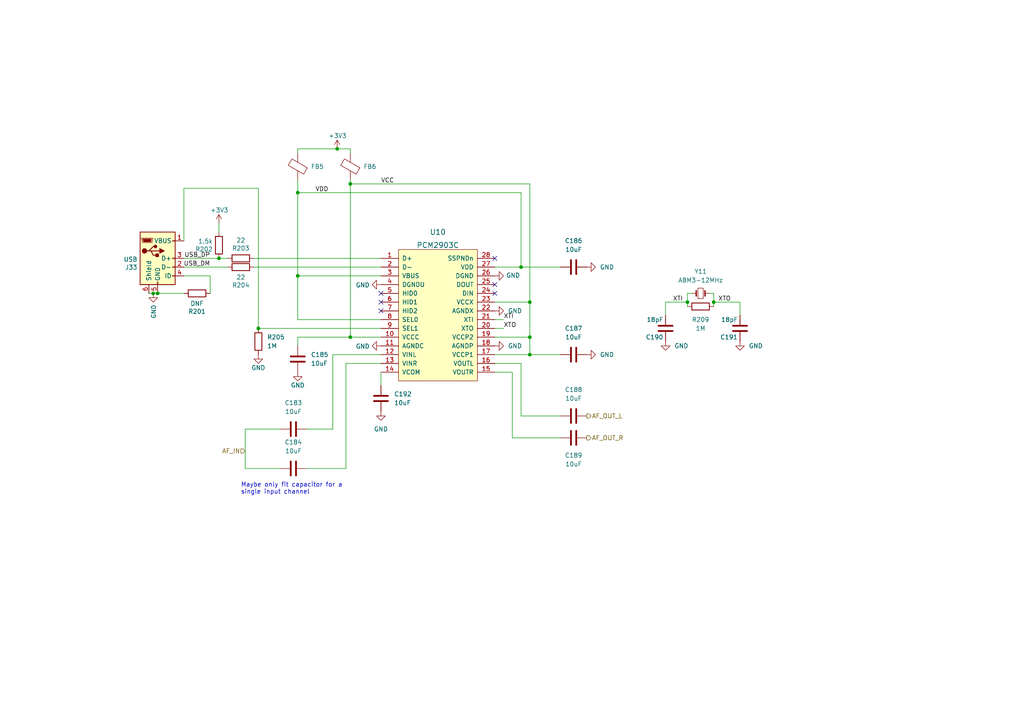
<source format=kicad_sch>
(kicad_sch (version 20230121) (generator eeschema)
  (paper "A4")
  (title_block (title "DART-70 TRX") (date "2023-04-01") (rev "1") (company "HB9EGM") (comment 1 "A 4m Band SSB/CW Transceiver"))
  (lib_symbols
    (symbol "Connector:USB_B_Micro" (pin_names (offset 1.016))
      (property "Reference" "J" (at -5.08 11.43 0))
      (property "Value" "USB_B_Micro" (at -5.08 8.89 0))
      (symbol "USB_B_Micro_0_1"
        (rectangle (start -5.08 -7.62) (end 5.08 7.62) (stroke (width 0.254)) (fill (type background)))
        (circle (center -3.81 2.159) (radius 0.635) (stroke (width 0.254)) (fill (type outline)))
        (circle (center -0.635 3.429) (radius 0.381) (stroke (width 0.254)) (fill (type outline)))
        (rectangle (start -0.127 -7.62) (end 0.127 -6.858))
        (polyline (pts (xy -1.905 2.159) (xy 0.635 2.159)) (stroke (width 0.254)))
        (polyline (pts (xy -3.175 2.159) (xy -2.54 2.159) (xy -1.27 3.429) (xy -0.635 3.429)) (stroke (width 0.254)))
        (polyline (pts (xy -2.54 2.159) (xy -1.905 2.159) (xy -1.27 0.889) (xy 0 0.889)) (stroke (width 0.254)))
        (polyline (pts (xy 0.635 2.794) (xy 0.635 1.524) (xy 1.905 2.159) (xy 0.635 2.794)) (stroke (width 0.254)) (fill (type outline)))
        (polyline (pts (xy -4.318 5.588) (xy -1.778 5.588) (xy -2.032 4.826) (xy -4.064 4.826) (xy -4.318 5.588)) (fill (type outline)))
        (polyline (pts (xy -4.699 5.842) (xy -4.699 5.588) (xy -4.445 4.826) (xy -4.445 4.572) (xy -1.651 4.572) (xy -1.651 4.826) (xy -1.397 5.588) (xy -1.397 5.842) (xy -4.699 5.842)))
        (rectangle (start 0.254 1.27) (end -0.508 0.508) (stroke (width 0.254)) (fill (type outline)))
        (rectangle (start 5.08 -5.207) (end 4.318 -4.953))
        (rectangle (start 5.08 -2.667) (end 4.318 -2.413))
        (rectangle (start 5.08 -0.127) (end 4.318 0.127))
        (rectangle (start 5.08 4.953) (end 4.318 5.207))
      )
      (symbol "USB_B_Micro_1_1"
        (pin power_out line (at 7.62 5.08 180) (length 2.54) (name "VBUS") (number "1"))
        (pin bidirectional line (at 7.62 -2.54 180) (length 2.54) (name "D-") (number "2"))
        (pin bidirectional line (at 7.62 0 180) (length 2.54) (name "D+") (number "3"))
        (pin passive line (at 7.62 -5.08 180) (length 2.54) (name "ID") (number "4"))
        (pin power_out line (at 0 -10.16 90) (length 2.54) (name "GND") (number "5"))
        (pin passive line (at -2.54 -10.16 90) (length 2.54) (name "Shield") (number "6"))
      )
    )
    (symbol "Device:C" (pin_numbers hide) (pin_names (offset 0.254))
      (property "Reference" "C" (at 0.635 2.54 0))
      (property "Value" "C" (at 0.635 -2.54 0))
      (symbol "C_0_1"
        (polyline (pts (xy -2.032 -0.762) (xy 2.032 -0.762)) (stroke (width 0.508)))
        (polyline (pts (xy -2.032 0.762) (xy 2.032 0.762)) (stroke (width 0.508)))
      )
      (symbol "C_1_1"
        (pin passive line (at 0 3.81 270) (length 2.794) (name "~") (number "1"))
        (pin passive line (at 0 -3.81 90) (length 2.794) (name "~") (number "2"))
      )
    )
    (symbol "Device:Crystal_Small" (pin_numbers hide) (pin_names (offset 1.016) hide)
      (property "Reference" "Y" (at 0 2.54 0))
      (property "Value" "Crystal_Small" (at 0 -2.54 0))
      (symbol "Crystal_Small_0_1"
        (rectangle (start -0.762 -1.524) (end 0.762 1.524))
        (polyline (pts (xy -1.27 -0.762) (xy -1.27 0.762)) (stroke (width 0.381)))
        (polyline (pts (xy 1.27 -0.762) (xy 1.27 0.762)) (stroke (width 0.381)))
      )
      (symbol "Crystal_Small_1_1"
        (pin passive line (at -2.54 0 0) (length 1.27) (name "1") (number "1"))
        (pin passive line (at 2.54 0 180) (length 1.27) (name "2") (number "2"))
      )
    )
    (symbol "Device:FerriteBead" (pin_numbers hide) (pin_names (offset 0))
      (property "Reference" "FB" (at -3.81 0.635 90))
      (property "Value" "FerriteBead" (at 3.81 0 90))
      (symbol "FerriteBead_0_1"
        (polyline (pts (xy 0 -1.27) (xy 0 -1.2192)))
        (polyline (pts (xy 0 1.27) (xy 0 1.2954)))
        (polyline (pts (xy -2.7686 0.4064) (xy -1.7018 2.2606) (xy 2.7686 -0.3048) (xy 1.6764 -2.159) (xy -2.7686 0.4064)))
      )
      (symbol "FerriteBead_1_1"
        (pin passive line (at 0 3.81 270) (length 2.54) (name "~") (number "1"))
        (pin passive line (at 0 -3.81 90) (length 2.54) (name "~") (number "2"))
      )
    )
    (symbol "Device:R" (pin_numbers hide) (pin_names (offset 0))
      (property "Reference" "R" (at 2.032 0 90))
      (property "Value" "R" (at 0 0 90))
      (symbol "R_0_1"
        (rectangle (start -1.016 -2.54) (end 1.016 2.54) (stroke (width 0.254)))
      )
      (symbol "R_1_1"
        (pin passive line (at 0 3.81 270) (length 1.27) (name "~") (number "1"))
        (pin passive line (at 0 -3.81 90) (length 1.27) (name "~") (number "2"))
      )
    )
    (symbol "mpb:PCM2903C" (pin_names (offset 1.016))
      (property "Reference" "U" (at -1.27 21.59 0))
      (property "Value" "PCM2903C" (at -1.27 -21.59 0))
      (symbol "PCM2903C_0_1"
        (rectangle (start -11.43 19.05) (end 11.43 -19.05) (fill (type background)))
      )
      (symbol "PCM2903C_1_1"
        (pin bidirectional line (at -16.51 16.51 0) (length 5.08) (name "D+") (number "1"))
        (pin power_in line (at -16.51 -6.35 0) (length 5.08) (name "VCCC") (number "10"))
        (pin power_in line (at -16.51 -8.89 0) (length 5.08) (name "AGNDC") (number "11"))
        (pin input line (at -16.51 -11.43 0) (length 5.08) (name "VINL") (number "12"))
        (pin input line (at -16.51 -13.97 0) (length 5.08) (name "VINR") (number "13"))
        (pin power_out line (at -16.51 -16.51 0) (length 5.08) (name "VCOM") (number "14"))
        (pin output line (at 16.51 -16.51 180) (length 5.08) (name "VOUTR") (number "15"))
        (pin input line (at 16.51 -13.97 180) (length 5.08) (name "VOUTL") (number "16"))
        (pin power_in line (at 16.51 -11.43 180) (length 5.08) (name "VCCP1") (number "17"))
        (pin power_in line (at 16.51 -8.89 180) (length 5.08) (name "AGNDP") (number "18"))
        (pin power_in line (at 16.51 -6.35 180) (length 5.08) (name "VCCP2") (number "19"))
        (pin bidirectional line (at -16.51 13.97 0) (length 5.08) (name "D-") (number "2"))
        (pin bidirectional line (at 16.51 -3.81 180) (length 5.08) (name "XTO") (number "20"))
        (pin bidirectional line (at 16.51 -1.27 180) (length 5.08) (name "XTI") (number "21"))
        (pin power_in line (at 16.51 1.27 180) (length 5.08) (name "AGNDX") (number "22"))
        (pin power_in line (at 16.51 3.81 180) (length 5.08) (name "VCCX") (number "23"))
        (pin input line (at 16.51 6.35 180) (length 5.08) (name "DIN") (number "24"))
        (pin output line (at 16.51 8.89 180) (length 5.08) (name "DOUT") (number "25"))
        (pin power_in line (at 16.51 11.43 180) (length 5.08) (name "DGND") (number "26"))
        (pin power_in line (at 16.51 13.97 180) (length 5.08) (name "VDD") (number "27"))
        (pin output line (at 16.51 16.51 180) (length 5.08) (name "SSPNDn") (number "28"))
        (pin power_in line (at -16.51 11.43 0) (length 5.08) (name "VBUS") (number "3"))
        (pin power_in line (at -16.51 8.89 0) (length 5.08) (name "DGNDU") (number "4"))
        (pin input line (at -16.51 6.35 0) (length 5.08) (name "HID0") (number "5"))
        (pin input line (at -16.51 3.81 0) (length 5.08) (name "HID1") (number "6"))
        (pin input line (at -16.51 1.27 0) (length 5.08) (name "HID2") (number "7"))
        (pin input line (at -16.51 -1.27 0) (length 5.08) (name "SEL0") (number "8"))
        (pin input line (at -16.51 -3.81 0) (length 5.08) (name "SEL1") (number "9"))
      )
    )
    (symbol "power:+3V3" (power) (pin_names (offset 0))
      (property "Value" "+3V3" (at 0 3.556 0))
      (symbol "+3V3_0_1"
        (polyline (pts (xy -0.762 1.27) (xy 0 2.54)))
        (polyline (pts (xy 0 0) (xy 0 2.54)))
        (polyline (pts (xy 0 2.54) (xy 0.762 1.27)))
      )
      (symbol "+3V3_1_1"
        (pin power_in line (at 0 0 90) (length 0) hide (name "+3V3") (number "1"))
      )
    )
    (symbol "power:GND" (power) (pin_names (offset 0))
      (property "Value" "GND" (at 0 -3.81 0))
      (symbol "GND_0_1"
        (polyline (pts (xy 0 0) (xy 0 -1.27) (xy 1.27 -1.27) (xy 0 -2.54) (xy -1.27 -1.27) (xy 0 -1.27)))
      )
      (symbol "GND_1_1"
        (pin power_in line (at 0 0 270) (length 0) hide (name "GND") (number "1"))
      )
    )
  )
  (junction (at 86.36 80.01))
  (junction (at 45.72 85.09))
  (junction (at 101.6 53.34))
  (junction (at 74.93 95.25))
  (junction (at 63.5 74.93))
  (junction (at 207.01 87.63))
  (junction (at 153.67 102.87))
  (junction (at 86.36 55.88))
  (junction (at 44.45 85.09))
  (junction (at 153.67 87.63))
  (junction (at 199.39 87.63))
  (junction (at 97.79 43.18))
  (junction (at 153.67 97.79))
  (junction (at 101.6 97.79))
  (junction (at 151.13 77.47))
  (no_connect (at 143.51 82.55))
  (no_connect (at 110.49 85.09))
  (no_connect (at 110.49 87.63))
  (no_connect (at 143.51 85.09))
  (no_connect (at 110.49 90.17))
  (no_connect (at 143.51 74.93))
  (wire (pts (xy 74.93 54.61) (xy 74.93 95.25)))
  (wire (pts (xy 86.36 80.01) (xy 86.36 92.71)))
  (wire (pts (xy 101.6 43.18) (xy 101.6 44.45)))
  (wire (pts (xy 143.51 77.47) (xy 151.13 77.47)))
  (wire (pts (xy 110.49 107.95) (xy 110.49 111.76)))
  (wire (pts (xy 73.66 77.47) (xy 110.49 77.47)))
  (wire (pts (xy 71.12 124.46) (xy 71.12 135.89)))
  (wire (pts (xy 63.5 64.77) (xy 63.5 67.31)))
  (wire (pts (xy 143.51 102.87) (xy 153.67 102.87)))
  (wire (pts (xy 151.13 120.65) (xy 151.13 105.41)))
  (wire (pts (xy 43.18 85.09) (xy 44.45 85.09)))
  (wire (pts (xy 151.13 105.41) (xy 143.51 105.41)))
  (wire (pts (xy 66.04 77.47) (xy 53.34 77.47)))
  (wire (pts (xy 86.36 52.07) (xy 86.36 55.88)))
  (wire (pts (xy 199.39 87.63) (xy 199.39 88.9)))
  (wire (pts (xy 143.51 97.79) (xy 153.67 97.79)))
  (wire (pts (xy 96.52 124.46) (xy 96.52 102.87)))
  (wire (pts (xy 146.05 92.71) (xy 143.51 92.71)))
  (wire (pts (xy 151.13 55.88) (xy 151.13 77.47)))
  (wire (pts (xy 44.45 85.09) (xy 45.72 85.09)))
  (wire (pts (xy 143.51 107.95) (xy 148.59 107.95)))
  (wire (pts (xy 146.05 95.25) (xy 143.51 95.25)))
  (wire (pts (xy 73.66 74.93) (xy 110.49 74.93)))
  (wire (pts (xy 162.56 120.65) (xy 151.13 120.65)))
  (wire (pts (xy 205.74 85.09) (xy 207.01 85.09)))
  (wire (pts (xy 97.79 43.18) (xy 101.6 43.18)))
  (wire (pts (xy 60.96 85.09) (xy 60.96 80.01)))
  (wire (pts (xy 100.33 105.41) (xy 100.33 135.89)))
  (wire (pts (xy 207.01 87.63) (xy 207.01 88.9)))
  (wire (pts (xy 100.33 135.89) (xy 88.9 135.89)))
  (wire (pts (xy 143.51 87.63) (xy 153.67 87.63)))
  (wire (pts (xy 148.59 127) (xy 162.56 127)))
  (wire (pts (xy 153.67 53.34) (xy 101.6 53.34)))
  (wire (pts (xy 53.34 54.61) (xy 74.93 54.61)))
  (wire (pts (xy 148.59 107.95) (xy 148.59 127)))
  (wire (pts (xy 101.6 53.34) (xy 101.6 52.07)))
  (wire (pts (xy 110.49 105.41) (xy 100.33 105.41)))
  (wire (pts (xy 96.52 102.87) (xy 110.49 102.87)))
  (wire (pts (xy 193.04 87.63) (xy 199.39 87.63)))
  (wire (pts (xy 86.36 44.45) (xy 86.36 43.18)))
  (wire (pts (xy 63.5 74.93) (xy 53.34 74.93)))
  (wire (pts (xy 200.66 85.09) (xy 199.39 85.09)))
  (wire (pts (xy 86.36 97.79) (xy 101.6 97.79)))
  (wire (pts (xy 153.67 97.79) (xy 153.67 87.63)))
  (wire (pts (xy 153.67 102.87) (xy 162.56 102.87)))
  (wire (pts (xy 86.36 92.71) (xy 110.49 92.71)))
  (wire (pts (xy 45.72 85.09) (xy 53.34 85.09)))
  (wire (pts (xy 199.39 85.09) (xy 199.39 87.63)))
  (wire (pts (xy 71.12 135.89) (xy 81.28 135.89)))
  (wire (pts (xy 86.36 43.18) (xy 97.79 43.18)))
  (wire (pts (xy 101.6 97.79) (xy 110.49 97.79)))
  (wire (pts (xy 153.67 102.87) (xy 153.67 97.79)))
  (wire (pts (xy 88.9 124.46) (xy 96.52 124.46)))
  (wire (pts (xy 86.36 55.88) (xy 86.36 80.01)))
  (wire (pts (xy 53.34 69.85) (xy 53.34 54.61)))
  (wire (pts (xy 74.93 95.25) (xy 110.49 95.25)))
  (wire (pts (xy 151.13 77.47) (xy 162.56 77.47)))
  (wire (pts (xy 193.04 91.44) (xy 193.04 87.63)))
  (wire (pts (xy 86.36 80.01) (xy 110.49 80.01)))
  (wire (pts (xy 86.36 55.88) (xy 151.13 55.88)))
  (wire (pts (xy 63.5 74.93) (xy 66.04 74.93)))
  (wire (pts (xy 214.63 87.63) (xy 207.01 87.63)))
  (wire (pts (xy 207.01 85.09) (xy 207.01 87.63)))
  (wire (pts (xy 60.96 80.01) (xy 53.34 80.01)))
  (wire (pts (xy 101.6 53.34) (xy 101.6 97.79)))
  (wire (pts (xy 214.63 91.44) (xy 214.63 87.63)))
  (wire (pts (xy 86.36 97.79) (xy 86.36 100.33)))
  (wire (pts (xy 153.67 87.63) (xy 153.67 53.34)))
  (wire (pts (xy 71.12 124.46) (xy 81.28 124.46)))
  (text "Maybe only fit capacitor for a\nsingle input channel" (at 69.85 143.51 0) (effects (font (size 1.27 1.27)) (justify left bottom)))
  (label "XTO" (at 208.28 87.63 0))
  (label "VDD" (at 91.44 55.88 0))
  (label "XTO" (at 146.05 95.25 0))
  (label "USB_DM" (at 60.96 77.47 180))
  (label "XTI" (at 198.12 87.63 180))
  (label "USB_DP" (at 60.96 74.93 180))
  (label "VCC" (at 110.49 53.34 0))
  (label "XTI" (at 146.05 92.71 0))
  (hierarchical_label "AF_OUT_L" (shape output) (at 170.18 120.65 0))
  (hierarchical_label "AF_IN" (shape input) (at 71.12 130.81 180))
  (hierarchical_label "AF_OUT_R" (shape output) (at 170.18 127 0))
  (symbol (lib_id "power:GND") (at 143.51 90.17 90) (unit 1)
    (property "Reference" "#PWR0260" (effects hide))
    (property "Value" "GND" (at 147.32 90.1699 90) (effects (justify right)))
  )
  (symbol (lib_id "power:+3V3") (at 97.79 43.18 0) (unit 1)
    (property "Reference" "#PWR0255" (effects hide))
    (property "Value" "+3V3" (at 95.25 39.37 0) (effects (justify left)))
  )
  (symbol (lib_id "Connector:USB_B_Micro") (at 45.72 74.93 0) (unit 1)
    (property "Reference" "J33" (at 39.878 77.5462 0) (effects (justify right)))
    (property "Value" "USB" (at 39.878 75.2348 0) (effects (justify right)))
    (property "Footprint" "Connector_USB:USB_Micro-B_Molex-105017-0001" (effects hide))
    (property "MPN" "Molex 104017-0001" (effects hide))
    (property "Need_order" "0" (effects hide))
  )
  (symbol (lib_id "Device:FerriteBead") (at 101.6 48.26 180) (unit 1)
    (property "Reference" "FB6" (at 105.41 48.3107 0) (effects (justify right)))
    (property "Value" "BLM18BB221SN1D" (effects hide))
    (property "Footprint" "Inductor_SMD:L_0603_1608Metric_Pad1.05x0.95mm_HandSolder" (effects hide))
    (property "MPN" "BLM18BB221SN1D" (effects hide))
    (property "Need_order" "0" (effects hide))
  )
  (symbol (lib_id "Device:R") (at 57.15 85.09 90) (unit 1)
    (property "Reference" "R201" (at 57.15 90.3478 90))
    (property "Value" "DNF" (at 57.15 88.0364 90))
    (property "Footprint" "Resistor_SMD:R_0603_1608Metric_Pad0.98x0.95mm_HandSolder" (effects hide))
    (property "Need_order" "0" (effects hide))
  )
  (symbol (lib_id "power:GND") (at 110.49 119.38 0) (unit 1)
    (property "Reference" "#PWR0258" (effects hide))
    (property "Value" "GND" (at 110.49 124.46 0))
  )
  (symbol (lib_id "Device:R") (at 69.85 77.47 90) (unit 1)
    (property "Reference" "R204" (at 69.85 82.7278 90))
    (property "Value" "22" (at 69.85 80.4164 90))
    (property "Footprint" "Resistor_SMD:R_0603_1608Metric_Pad0.98x0.95mm_HandSolder" (effects hide))
    (property "Need_order" "0" (effects hide))
  )
  (symbol (lib_id "Device:Crystal_Small") (at 203.2 85.09 0) (unit 1)
    (property "Reference" "Y11" (at 203.2 78.74 0))
    (property "Value" "ABM3-12MHz" (at 203.2 81.28 0))
    (property "Footprint" "mpb:ABM3" (effects hide))
  )
  (symbol (lib_id "Device:C") (at 86.36 104.14 180) (unit 1)
    (property "Reference" "C185" (at 90.17 102.8699 0) (effects (justify right)))
    (property "Value" "10uF" (at 90.17 105.4099 0) (effects (justify right)))
    (property "Footprint" "Capacitor_SMD:C_0805_2012Metric_Pad1.18x1.45mm_HandSolder" (effects hide))
    (property "MPN" "GRM21BR6YA106ME" (effects hide))
  )
  (symbol (lib_id "Device:C") (at 110.49 115.57 180) (unit 1)
    (property "Reference" "C192" (at 114.3 114.2999 0) (effects (justify right)))
    (property "Value" "10uF" (at 114.3 116.8399 0) (effects (justify right)))
    (property "Footprint" "Capacitor_SMD:C_0805_2012Metric_Pad1.18x1.45mm_HandSolder" (effects hide))
    (property "MPN" "GRM21BR6YA106ME" (effects hide))
  )
  (symbol (lib_id "Device:R") (at 63.5 71.12 0) (unit 1)
    (property "Reference" "R202" (at 61.722 72.2884 0) (effects (justify right)))
    (property "Value" "1.5k" (at 61.722 69.977 0) (effects (justify right)))
    (property "Footprint" "Resistor_SMD:R_0603_1608Metric_Pad0.98x0.95mm_HandSolder" (effects hide))
    (property "Need_order" "0" (effects hide))
  )
  (symbol (lib_id "power:GND") (at 214.63 99.06 0) (unit 1)
    (property "Reference" "#PWR0265" (effects hide))
    (property "Value" "GND" (at 217.17 100.3299 0) (effects (justify left)))
  )
  (symbol (lib_id "Device:C") (at 85.09 124.46 90) (unit 1)
    (property "Reference" "C183" (at 85.09 116.84 90))
    (property "Value" "10uF" (at 85.09 119.38 90))
    (property "Footprint" "Capacitor_SMD:C_0805_2012Metric_Pad1.18x1.45mm_HandSolder" (effects hide))
    (property "MPN" "GRM21BR6YA106ME" (effects hide))
  )
  (symbol (lib_id "Device:C") (at 85.09 135.89 90) (unit 1)
    (property "Reference" "C184" (at 85.09 128.27 90))
    (property "Value" "10uF" (at 85.09 130.81 90))
    (property "Footprint" "Capacitor_SMD:C_0805_2012Metric_Pad1.18x1.45mm_HandSolder" (effects hide))
    (property "MPN" "GRM21BR6YA106ME" (effects hide))
  )
  (symbol (lib_id "power:GND") (at 170.18 102.87 90) (unit 1)
    (property "Reference" "#PWR0263" (effects hide))
    (property "Value" "GND" (at 173.99 102.8699 90) (effects (justify right)))
  )
  (symbol (lib_id "Device:FerriteBead") (at 86.36 48.26 180) (unit 1)
    (property "Reference" "FB5" (at 90.17 48.3107 0) (effects (justify right)))
    (property "Value" "BLM18BB221SN1D" (effects hide))
    (property "Footprint" "Inductor_SMD:L_0603_1608Metric_Pad1.05x0.95mm_HandSolder" (effects hide))
    (property "MPN" "BLM18BB221SN1D" (effects hide))
    (property "Need_order" "0" (effects hide))
  )
  (symbol (lib_id "mpb:PCM2903C") (at 127 91.44 0) (unit 1)
    (property "Reference" "U10" (at 127 67.31 0) (effects (font (size 1.524 1.524))))
    (property "Value" "PCM2903C" (at 127 71.12 0) (effects (font (size 1.524 1.524))))
    (property "Footprint" "Package_SO:SSOP-28_5.3x10.2mm_P0.65mm" (effects hide))
    (property "Datasheet" "/home/bram/Sync/Doc/Datasheet/pcm2903c.pdf" (effects hide))
  )
  (symbol (lib_id "power:GND") (at 110.49 100.33 270) (unit 1)
    (property "Reference" "#PWR0257" (effects hide))
    (property "Value" "GND" (at 107.2388 100.457 90) (effects (justify right)))
  )
  (symbol (lib_id "Device:R") (at 203.2 88.9 90) (unit 1)
    (property "Reference" "R209" (at 203.2 92.71 90))
    (property "Value" "1M" (at 203.2 95.25 90))
    (property "Footprint" "Resistor_SMD:R_0603_1608Metric" (effects hide))
  )
  (symbol (lib_id "power:GND") (at 143.51 100.33 90) (unit 1)
    (property "Reference" "#PWR0261" (effects hide))
    (property "Value" "GND" (at 147.32 100.3299 90) (effects (justify right)))
  )
  (symbol (lib_id "power:GND") (at 170.18 77.47 90) (unit 1)
    (property "Reference" "#PWR0262" (effects hide))
    (property "Value" "GND" (at 173.99 77.4699 90) (effects (justify right)))
  )
  (symbol (lib_id "Device:C") (at 166.37 77.47 270) (unit 1)
    (property "Reference" "C186" (at 166.37 69.85 90))
    (property "Value" "10uF" (at 166.37 72.39 90))
    (property "Footprint" "Capacitor_SMD:C_0805_2012Metric_Pad1.18x1.45mm_HandSolder" (effects hide))
    (property "MPN" "GRM21BR6YA106ME" (effects hide))
  )
  (symbol (lib_id "Device:C") (at 166.37 102.87 270) (unit 1)
    (property "Reference" "C187" (at 166.37 95.25 90))
    (property "Value" "10uF" (at 166.37 97.79 90))
    (property "Footprint" "Capacitor_SMD:C_0805_2012Metric_Pad1.18x1.45mm_HandSolder" (effects hide))
    (property "MPN" "GRM21BR6YA106ME" (effects hide))
  )
  (symbol (lib_id "Device:C") (at 214.63 95.25 180) (unit 1)
    (property "Reference" "C191" (at 213.995 97.79 0) (effects (justify left)))
    (property "Value" "18pF" (at 213.995 92.71 0) (effects (justify left)))
    (property "Footprint" "Capacitor_SMD:C_0603_1608Metric_Pad1.08x0.95mm_HandSolder" (effects hide))
    (property "MPN" "CBR" (effects hide))
  )
  (symbol (lib_id "power:GND") (at 143.51 80.01 90) (unit 1)
    (property "Reference" "#PWR0259" (effects hide))
    (property "Value" "GND" (at 146.7612 79.883 90) (effects (justify right)))
  )
  (symbol (lib_id "Device:R") (at 74.93 99.06 180) (unit 1)
    (property "Reference" "R205" (at 77.47 97.7899 0) (effects (justify right)))
    (property "Value" "1M" (at 77.47 100.3299 0) (effects (justify right)))
    (property "Footprint" "Resistor_SMD:R_0603_1608Metric" (effects hide))
  )
  (symbol (lib_id "power:+3V3") (at 63.5 64.77 0) (unit 1)
    (property "Reference" "#PWR0252" (effects hide))
    (property "Value" "+3V3" (at 60.96 60.96 0) (effects (justify left)))
  )
  (symbol (lib_id "power:GND") (at 193.04 99.06 0) (unit 1)
    (property "Reference" "#PWR0264" (effects hide))
    (property "Value" "GND" (at 195.58 100.3299 0) (effects (justify left)))
  )
  (symbol (lib_id "power:GND") (at 74.93 102.87 0) (unit 1)
    (property "Reference" "#PWR0253" (effects hide))
    (property "Value" "GND" (at 74.93 106.68 0))
  )
  (symbol (lib_id "Device:R") (at 69.85 74.93 90) (unit 1)
    (property "Reference" "R203" (at 69.85 72.009 90))
    (property "Value" "22" (at 69.85 69.6976 90))
    (property "Footprint" "Resistor_SMD:R_0603_1608Metric_Pad0.98x0.95mm_HandSolder" (effects hide))
    (property "Need_order" "0" (effects hide))
  )
  (symbol (lib_id "power:GND") (at 110.49 82.55 270) (unit 1)
    (property "Reference" "#PWR0256" (effects hide))
    (property "Value" "GND" (at 107.2388 82.677 90) (effects (justify right)))
  )
  (symbol (lib_id "Device:C") (at 193.04 95.25 180) (unit 1)
    (property "Reference" "C190" (at 192.405 97.79 0) (effects (justify left)))
    (property "Value" "18pF" (at 192.405 92.71 0) (effects (justify left)))
    (property "Footprint" "Capacitor_SMD:C_0603_1608Metric_Pad1.08x0.95mm_HandSolder" (effects hide))
    (property "MPN" "CBR" (effects hide))
  )
  (symbol (lib_id "power:GND") (at 44.45 85.09 0) (unit 1)
    (property "Reference" "#PWR0251" (effects hide))
    (property "Value" "GND" (at 44.577 88.3412 90) (effects (justify right)))
  )
  (symbol (lib_id "Device:C") (at 166.37 127 270) (unit 1)
    (property "Reference" "C189" (at 166.37 132.08 90))
    (property "Value" "10uF" (at 166.37 134.62 90))
    (property "Footprint" "Capacitor_SMD:C_0805_2012Metric_Pad1.18x1.45mm_HandSolder" (effects hide))
    (property "MPN" "GRM21BR6YA106ME" (effects hide))
  )
  (symbol (lib_id "power:GND") (at 86.36 107.95 0) (unit 1)
    (property "Reference" "#PWR0254" (effects hide))
    (property "Value" "GND" (at 86.36 111.76 0))
  )
  (symbol (lib_id "Device:C") (at 166.37 120.65 270) (unit 1)
    (property "Reference" "C188" (at 166.37 113.03 90))
    (property "Value" "10uF" (at 166.37 115.57 90))
    (property "Footprint" "Capacitor_SMD:C_0805_2012Metric_Pad1.18x1.45mm_HandSolder" (effects hide))
    (property "MPN" "GRM21BR6YA106ME" (effects hide))
  )
)
</source>
